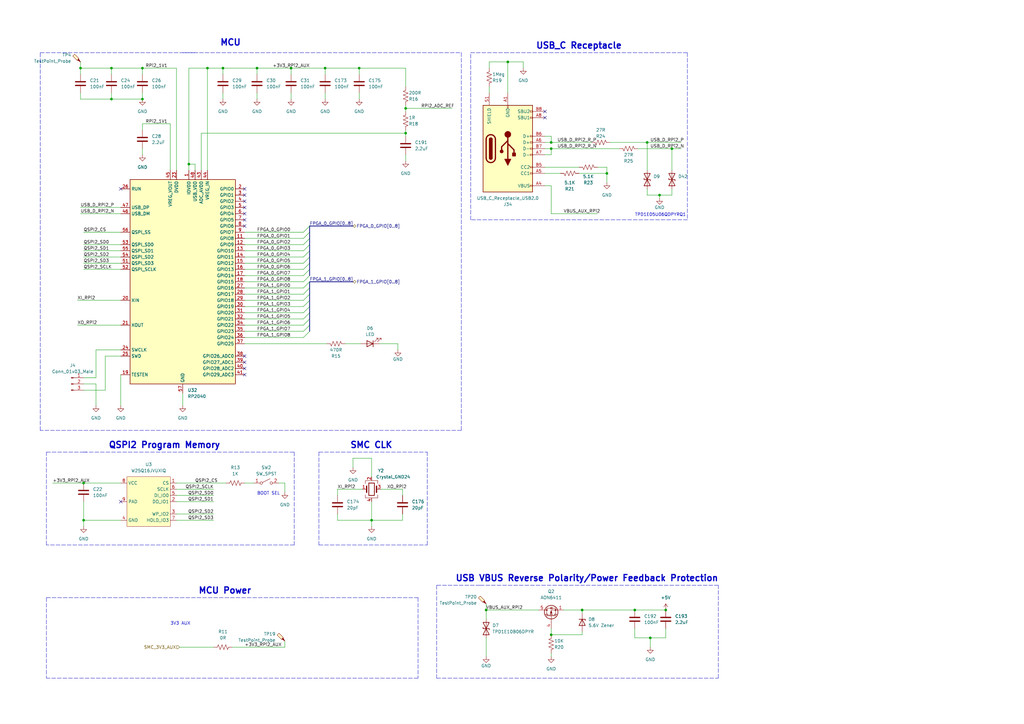
<source format=kicad_sch>
(kicad_sch (version 20211123) (generator eeschema)
  (paper "A3")
  (title_block (title "RP2040 MCU") (date "2023-03-07") (rev "B") (comment 1 "Designed by DragonEnjoyer :3"))
  (lib_symbols
    (symbol "Connector:Conn_01x03_Male" (pin_names (offset 1.016) hide)
      (property "Reference" "J" (at 0 5.08 0))
      (property "Value" "Conn_01x03_Male" (at 0 -5.08 0))
      (symbol "Conn_01x03_Male_1_1"
        (polyline (pts (xy 1.27 -2.54) (xy 0.8636 -2.54)) (stroke (width 0.1524)))
        (polyline (pts (xy 1.27 0) (xy 0.8636 0)) (stroke (width 0.1524)))
        (polyline (pts (xy 1.27 2.54) (xy 0.8636 2.54)) (stroke (width 0.1524)))
        (rectangle (start 0.8636 -2.413) (end 0 -2.667) (stroke (width 0.1524)) (fill (type outline)))
        (rectangle (start 0.8636 0.127) (end 0 -0.127) (stroke (width 0.1524)) (fill (type outline)))
        (rectangle (start 0.8636 2.667) (end 0 2.413) (stroke (width 0.1524)) (fill (type outline)))
        (pin passive line (at 5.08 2.54 180) (length 3.81) (name "Pin_1") (number "1"))
        (pin passive line (at 5.08 0 180) (length 3.81) (name "Pin_2") (number "2"))
        (pin passive line (at 5.08 -2.54 180) (length 3.81) (name "Pin_3") (number "3"))
      )
    )
    (symbol "Connector:TestPoint_Probe" (pin_numbers hide) (pin_names (offset 0.762) hide)
      (property "Reference" "TP" (at 1.651 5.842 0))
      (property "Value" "TestPoint_Probe" (at 1.651 4.064 0))
      (symbol "TestPoint_Probe_0_1"
        (polyline (pts (xy 1.27 0.762) (xy 0 0) (xy 0.762 1.27) (xy 1.27 0.762)) (fill (type outline)))
        (polyline (pts (xy 1.397 0.635) (xy 0.635 1.397) (xy 2.413 3.175) (xy 3.175 2.413) (xy 1.397 0.635)) (fill (type background)))
      )
      (symbol "TestPoint_Probe_1_1"
        (pin passive line (at 0 0 90) (length 0) (name "1") (number "1"))
      )
    )
    (symbol "Connector:USB_C_Receptacle_USB2.0" (pin_names (offset 1.016))
      (property "Reference" "J" (at -10.16 19.05 0))
      (property "Value" "USB_C_Receptacle_USB2.0" (at 19.05 19.05 0))
      (symbol "USB_C_Receptacle_USB2.0_0_0"
        (rectangle (start -0.254 -17.78) (end 0.254 -16.764))
        (rectangle (start 10.16 -14.986) (end 9.144 -15.494))
        (rectangle (start 10.16 -12.446) (end 9.144 -12.954))
        (rectangle (start 10.16 -4.826) (end 9.144 -5.334))
        (rectangle (start 10.16 -2.286) (end 9.144 -2.794))
        (rectangle (start 10.16 0.254) (end 9.144 -0.254))
        (rectangle (start 10.16 2.794) (end 9.144 2.286))
        (rectangle (start 10.16 7.874) (end 9.144 7.366))
        (rectangle (start 10.16 10.414) (end 9.144 9.906))
        (rectangle (start 10.16 15.494) (end 9.144 14.986))
      )
      (symbol "USB_C_Receptacle_USB2.0_0_1"
        (rectangle (start -10.16 17.78) (end 10.16 -17.78) (stroke (width 0.254)) (fill (type background)))
        (arc (start -8.89 -3.81) (mid -6.985 -5.715) (end -5.08 -3.81) (stroke (width 0.508)))
        (arc (start -7.62 -3.81) (mid -6.985 -4.445) (end -6.35 -3.81) (stroke (width 0.254)))
        (arc (start -7.62 -3.81) (mid -6.985 -4.445) (end -6.35 -3.81) (stroke (width 0.254)) (fill (type outline)))
        (rectangle (start -7.62 -3.81) (end -6.35 3.81) (stroke (width 0.254)) (fill (type outline)))
        (arc (start -6.35 3.81) (mid -6.985 4.445) (end -7.62 3.81) (stroke (width 0.254)))
        (arc (start -6.35 3.81) (mid -6.985 4.445) (end -7.62 3.81) (stroke (width 0.254)) (fill (type outline)))
        (arc (start -5.08 3.81) (mid -6.985 5.715) (end -8.89 3.81) (stroke (width 0.508)))
        (circle (center -2.54 1.143) (radius 0.635) (stroke (width 0.254)) (fill (type outline)))
        (circle (center 0 -5.842) (radius 1.27) (fill (type outline)))
        (polyline (pts (xy -8.89 -3.81) (xy -8.89 3.81)) (stroke (width 0.508)))
        (polyline (pts (xy -5.08 3.81) (xy -5.08 -3.81)) (stroke (width 0.508)))
        (polyline (pts (xy 0 -5.842) (xy 0 4.318)) (stroke (width 0.508)))
        (polyline (pts (xy 0 -3.302) (xy -2.54 -0.762) (xy -2.54 0.508)) (stroke (width 0.508)))
        (polyline (pts (xy 0 -2.032) (xy 2.54 0.508) (xy 2.54 1.778)) (stroke (width 0.508)))
        (polyline (pts (xy -1.27 4.318) (xy 0 6.858) (xy 1.27 4.318) (xy -1.27 4.318)) (stroke (width 0.254)) (fill (type outline)))
        (rectangle (start 1.905 1.778) (end 3.175 3.048) (stroke (width 0.254)) (fill (type outline)))
      )
      (symbol "USB_C_Receptacle_USB2.0_1_1"
        (pin passive line (at 0 -22.86 90) (length 5.08) (name "GND") (number "A1"))
        (pin passive line (at 0 -22.86 90) (length 5.08) hide (name "GND") (number "A12"))
        (pin passive line (at 15.24 15.24 180) (length 5.08) (name "VBUS") (number "A4"))
        (pin bidirectional line (at 15.24 10.16 180) (length 5.08) (name "CC1") (number "A5"))
        (pin bidirectional line (at 15.24 -2.54 180) (length 5.08) (name "D+") (number "A6"))
        (pin bidirectional line (at 15.24 2.54 180) (length 5.08) (name "D-") (number "A7"))
        (pin bidirectional line (at 15.24 -12.7 180) (length 5.08) (name "SBU1") (number "A8"))
        (pin passive line (at 15.24 15.24 180) (length 5.08) hide (name "VBUS") (number "A9"))
        (pin passive line (at 0 -22.86 90) (length 5.08) hide (name "GND") (number "B1"))
        (pin passive line (at 0 -22.86 90) (length 5.08) hide (name "GND") (number "B12"))
        (pin passive line (at 15.24 15.24 180) (length 5.08) hide (name "VBUS") (number "B4"))
        (pin bidirectional line (at 15.24 7.62 180) (length 5.08) (name "CC2") (number "B5"))
        (pin bidirectional line (at 15.24 -5.08 180) (length 5.08) (name "D+") (number "B6"))
        (pin bidirectional line (at 15.24 0 180) (length 5.08) (name "D-") (number "B7"))
        (pin bidirectional line (at 15.24 -15.24 180) (length 5.08) (name "SBU2") (number "B8"))
        (pin passive line (at 15.24 15.24 180) (length 5.08) hide (name "VBUS") (number "B9"))
        (pin passive line (at -7.62 -22.86 90) (length 5.08) (name "SHIELD") (number "S1"))
      )
    )
    (symbol "Device:C" (pin_numbers hide) (pin_names (offset 0.254))
      (property "Reference" "C" (at 0.635 2.54 0))
      (property "Value" "C" (at 0.635 -2.54 0))
      (symbol "C_0_1"
        (polyline (pts (xy -2.032 -0.762) (xy 2.032 -0.762)) (stroke (width 0.508)))
        (polyline (pts (xy -2.032 0.762) (xy 2.032 0.762)) (stroke (width 0.508)))
      )
      (symbol "C_1_1"
        (pin passive line (at 0 3.81 270) (length 2.794) (name "~") (number "1"))
        (pin passive line (at 0 -3.81 90) (length 2.794) (name "~") (number "2"))
      )
    )
    (symbol "Device:Crystal_GND24" (pin_names (offset 1.016) hide)
      (property "Reference" "Y" (at 3.175 5.08 0))
      (property "Value" "Crystal_GND24" (at 3.175 3.175 0))
      (symbol "Crystal_GND24_0_1"
        (rectangle (start -1.143 2.54) (end 1.143 -2.54) (stroke (width 0.3048)))
        (polyline (pts (xy -2.54 0) (xy -2.032 0)))
        (polyline (pts (xy -2.032 -1.27) (xy -2.032 1.27)) (stroke (width 0.508)))
        (polyline (pts (xy 0 -3.81) (xy 0 -3.556)))
        (polyline (pts (xy 0 3.556) (xy 0 3.81)))
        (polyline (pts (xy 2.032 -1.27) (xy 2.032 1.27)) (stroke (width 0.508)))
        (polyline (pts (xy 2.032 0) (xy 2.54 0)))
        (polyline (pts (xy -2.54 -2.286) (xy -2.54 -3.556) (xy 2.54 -3.556) (xy 2.54 -2.286)))
        (polyline (pts (xy -2.54 2.286) (xy -2.54 3.556) (xy 2.54 3.556) (xy 2.54 2.286)))
      )
      (symbol "Crystal_GND24_1_1"
        (pin passive line (at -3.81 0 0) (length 1.27) (name "1") (number "1"))
        (pin passive line (at 0 5.08 270) (length 1.27) (name "2") (number "2"))
        (pin passive line (at 3.81 0 180) (length 1.27) (name "3") (number "3"))
        (pin passive line (at 0 -5.08 90) (length 1.27) (name "4") (number "4"))
      )
    )
    (symbol "Device:D_TVS" (pin_numbers hide) (pin_names (offset 1.016) hide)
      (property "Reference" "D" (at 0 2.54 0))
      (property "Value" "D_TVS" (at 0 -2.54 0))
      (symbol "D_TVS_0_1"
        (polyline (pts (xy 1.27 0) (xy -1.27 0)))
        (polyline (pts (xy 0.508 1.27) (xy 0 1.27) (xy 0 -1.27) (xy -0.508 -1.27)) (stroke (width 0.254)))
        (polyline (pts (xy -2.54 1.27) (xy -2.54 -1.27) (xy 2.54 1.27) (xy 2.54 -1.27) (xy -2.54 1.27)) (stroke (width 0.254)))
      )
      (symbol "D_TVS_1_1"
        (pin passive line (at -3.81 0 0) (length 2.54) (name "A1") (number "1"))
        (pin passive line (at 3.81 0 180) (length 2.54) (name "A2") (number "2"))
      )
    )
    (symbol "Device:D_Zener" (pin_numbers hide) (pin_names (offset 1.016) hide)
      (property "Reference" "D" (at 0 2.54 0))
      (property "Value" "D_Zener" (at 0 -2.54 0))
      (symbol "D_Zener_0_1"
        (polyline (pts (xy 1.27 0) (xy -1.27 0)))
        (polyline (pts (xy -1.27 -1.27) (xy -1.27 1.27) (xy -0.762 1.27)) (stroke (width 0.254)))
        (polyline (pts (xy 1.27 -1.27) (xy 1.27 1.27) (xy -1.27 0) (xy 1.27 -1.27)) (stroke (width 0.254)))
      )
      (symbol "D_Zener_1_1"
        (pin passive line (at -3.81 0 0) (length 2.54) (name "K") (number "1"))
        (pin passive line (at 3.81 0 180) (length 2.54) (name "A") (number "2"))
      )
    )
    (symbol "Device:LED" (pin_numbers hide) (pin_names (offset 1.016) hide)
      (property "Reference" "D" (at 0 2.54 0))
      (property "Value" "LED" (at 0 -2.54 0))
      (symbol "LED_0_1"
        (polyline (pts (xy -1.27 -1.27) (xy -1.27 1.27)) (stroke (width 0.254)))
        (polyline (pts (xy -1.27 0) (xy 1.27 0)))
        (polyline (pts (xy 1.27 -1.27) (xy 1.27 1.27) (xy -1.27 0) (xy 1.27 -1.27)) (stroke (width 0.254)))
        (polyline (pts (xy -3.048 -0.762) (xy -4.572 -2.286) (xy -3.81 -2.286) (xy -4.572 -2.286) (xy -4.572 -1.524)))
        (polyline (pts (xy -1.778 -0.762) (xy -3.302 -2.286) (xy -2.54 -2.286) (xy -3.302 -2.286) (xy -3.302 -1.524)))
      )
      (symbol "LED_1_1"
        (pin passive line (at -3.81 0 0) (length 2.54) (name "K") (number "1"))
        (pin passive line (at 3.81 0 180) (length 2.54) (name "A") (number "2"))
      )
    )
    (symbol "Device:R_US" (pin_numbers hide) (pin_names (offset 0))
      (property "Reference" "R" (at 2.54 0 90))
      (property "Value" "R_US" (at -2.54 0 90))
      (symbol "R_US_0_1"
        (polyline (pts (xy 0 -2.286) (xy 0 -2.54)))
        (polyline (pts (xy 0 2.286) (xy 0 2.54)))
        (polyline (pts (xy 0 -0.762) (xy 1.016 -1.143) (xy 0 -1.524) (xy -1.016 -1.905) (xy 0 -2.286)))
        (polyline (pts (xy 0 0.762) (xy 1.016 0.381) (xy 0 0) (xy -1.016 -0.381) (xy 0 -0.762)))
        (polyline (pts (xy 0 2.286) (xy 1.016 1.905) (xy 0 1.524) (xy -1.016 1.143) (xy 0 0.762)))
      )
      (symbol "R_US_1_1"
        (pin passive line (at 0 3.81 270) (length 1.27) (name "~") (number "1"))
        (pin passive line (at 0 -3.81 90) (length 1.27) (name "~") (number "2"))
      )
    )
    (symbol "MCU_RaspberryPi:RP2040"
      (property "Reference" "U" (at 17.78 45.72 0))
      (property "Value" "RP2040" (at 17.78 43.18 0))
      (symbol "RP2040_0_1"
        (rectangle (start -21.59 41.91) (end 21.59 -41.91) (stroke (width 0.254)) (fill (type background)))
      )
      (symbol "RP2040_1_1"
        (pin power_in line (at 2.54 45.72 270) (length 3.81) (name "IOVDD") (number "1"))
        (pin passive line (at 2.54 45.72 270) (length 3.81) hide (name "IOVDD") (number "10"))
        (pin bidirectional line (at 25.4 17.78 180) (length 3.81) (name "GPIO8") (number "11"))
        (pin bidirectional line (at 25.4 15.24 180) (length 3.81) (name "GPIO9") (number "12"))
        (pin bidirectional line (at 25.4 12.7 180) (length 3.81) (name "GPIO10") (number "13"))
        (pin bidirectional line (at 25.4 10.16 180) (length 3.81) (name "GPIO11") (number "14"))
        (pin bidirectional line (at 25.4 7.62 180) (length 3.81) (name "GPIO12") (number "15"))
        (pin bidirectional line (at 25.4 5.08 180) (length 3.81) (name "GPIO13") (number "16"))
        (pin bidirectional line (at 25.4 2.54 180) (length 3.81) (name "GPIO14") (number "17"))
        (pin bidirectional line (at 25.4 0 180) (length 3.81) (name "GPIO15") (number "18"))
        (pin input line (at -25.4 -38.1 0) (length 3.81) (name "TESTEN") (number "19"))
        (pin bidirectional line (at 25.4 38.1 180) (length 3.81) (name "GPIO0") (number "2"))
        (pin input line (at -25.4 -7.62 0) (length 3.81) (name "XIN") (number "20"))
        (pin passive line (at -25.4 -17.78 0) (length 3.81) (name "XOUT") (number "21"))
        (pin passive line (at 2.54 45.72 270) (length 3.81) hide (name "IOVDD") (number "22"))
        (pin power_in line (at -2.54 45.72 270) (length 3.81) (name "DVDD") (number "23"))
        (pin output line (at -25.4 -27.94 0) (length 3.81) (name "SWCLK") (number "24"))
        (pin bidirectional line (at -25.4 -30.48 0) (length 3.81) (name "SWD") (number "25"))
        (pin input line (at -25.4 38.1 0) (length 3.81) (name "RUN") (number "26"))
        (pin bidirectional line (at 25.4 -2.54 180) (length 3.81) (name "GPIO16") (number "27"))
        (pin bidirectional line (at 25.4 -5.08 180) (length 3.81) (name "GPIO17") (number "28"))
        (pin bidirectional line (at 25.4 -7.62 180) (length 3.81) (name "GPIO18") (number "29"))
        (pin bidirectional line (at 25.4 35.56 180) (length 3.81) (name "GPIO1") (number "3"))
        (pin bidirectional line (at 25.4 -10.16 180) (length 3.81) (name "GPIO19") (number "30"))
        (pin bidirectional line (at 25.4 -12.7 180) (length 3.81) (name "GPIO20") (number "31"))
        (pin bidirectional line (at 25.4 -15.24 180) (length 3.81) (name "GPIO21") (number "32"))
        (pin passive line (at 2.54 45.72 270) (length 3.81) hide (name "IOVDD") (number "33"))
        (pin bidirectional line (at 25.4 -17.78 180) (length 3.81) (name "GPIO22") (number "34"))
        (pin bidirectional line (at 25.4 -20.32 180) (length 3.81) (name "GPIO23") (number "35"))
        (pin bidirectional line (at 25.4 -22.86 180) (length 3.81) (name "GPIO24") (number "36"))
        (pin bidirectional line (at 25.4 -25.4 180) (length 3.81) (name "GPIO25") (number "37"))
        (pin bidirectional line (at 25.4 -30.48 180) (length 3.81) (name "GPIO26_ADC0") (number "38"))
        (pin bidirectional line (at 25.4 -33.02 180) (length 3.81) (name "GPIO27_ADC1") (number "39"))
        (pin bidirectional line (at 25.4 33.02 180) (length 3.81) (name "GPIO2") (number "4"))
        (pin bidirectional line (at 25.4 -35.56 180) (length 3.81) (name "GPIO28_ADC2") (number "40"))
        (pin bidirectional line (at 25.4 -38.1 180) (length 3.81) (name "GPIO29_ADC3") (number "41"))
        (pin passive line (at 2.54 45.72 270) (length 3.81) hide (name "IOVDD") (number "42"))
        (pin power_in line (at 7.62 45.72 270) (length 3.81) (name "ADC_AVDD") (number "43"))
        (pin power_in line (at 10.16 45.72 270) (length 3.81) (name "VREG_IN") (number "44"))
        (pin power_out line (at -5.08 45.72 270) (length 3.81) (name "VREG_VOUT") (number "45"))
        (pin bidirectional line (at -25.4 27.94 0) (length 3.81) (name "USB_DM") (number "46"))
        (pin bidirectional line (at -25.4 30.48 0) (length 3.81) (name "USB_DP") (number "47"))
        (pin power_in line (at 5.08 45.72 270) (length 3.81) (name "USB_VDD") (number "48"))
        (pin passive line (at 2.54 45.72 270) (length 3.81) hide (name "IOVDD") (number "49"))
        (pin bidirectional line (at 25.4 30.48 180) (length 3.81) (name "GPIO3") (number "5"))
        (pin passive line (at -2.54 45.72 270) (length 3.81) hide (name "DVDD") (number "50"))
        (pin bidirectional line (at -25.4 7.62 0) (length 3.81) (name "QSPI_SD3") (number "51"))
        (pin output line (at -25.4 5.08 0) (length 3.81) (name "QSPI_SCLK") (number "52"))
        (pin bidirectional line (at -25.4 15.24 0) (length 3.81) (name "QSPI_SD0") (number "53"))
        (pin bidirectional line (at -25.4 10.16 0) (length 3.81) (name "QSPI_SD2") (number "54"))
        (pin bidirectional line (at -25.4 12.7 0) (length 3.81) (name "QSPI_SD1") (number "55"))
        (pin bidirectional line (at -25.4 20.32 0) (length 3.81) (name "QSPI_SS") (number "56"))
        (pin power_in line (at 0 -45.72 90) (length 3.81) (name "GND") (number "57"))
        (pin bidirectional line (at 25.4 27.94 180) (length 3.81) (name "GPIO4") (number "6"))
        (pin bidirectional line (at 25.4 25.4 180) (length 3.81) (name "GPIO5") (number "7"))
        (pin bidirectional line (at 25.4 22.86 180) (length 3.81) (name "GPIO6") (number "8"))
        (pin bidirectional line (at 25.4 20.32 180) (length 3.81) (name "GPIO7") (number "9"))
      )
    )
    (symbol "Memory_Flash:W25Q16JVUXIQ"
      (property "Reference" "U" (at 8.89 1.27 0))
      (property "Value" "W25Q16JVUXIQ" (at 8.89 -21.59 0))
      (symbol "W25Q16JVUXIQ_0_1"
        (rectangle (start 0 0) (end 17.78 -20.32) (stroke (width 0.127)) (fill (type background)))
      )
      (symbol "W25Q16JVUXIQ_1_1"
        (pin input line (at 20.32 -2.54 180) (length 2.54) (name "CS") (number "1"))
        (pin input line (at 20.32 -10.16 180) (length 2.54) (name "DO_IO1") (number "2"))
        (pin input line (at 20.32 -15.24 180) (length 2.54) (name "WP_IO2") (number "3"))
        (pin passive line (at -2.54 -17.78 0) (length 2.54) (name "GND") (number "4"))
        (pin input line (at 20.32 -7.62 180) (length 2.54) (name "DI_IO0") (number "5"))
        (pin input line (at 20.32 -5.08 180) (length 2.54) (name "SCLK") (number "6"))
        (pin input line (at 20.32 -17.78 180) (length 2.54) (name "HOLD_IO3") (number "7"))
        (pin power_in line (at -2.54 -2.54 0) (length 2.54) (name "VCC") (number "8"))
        (pin passive line (at -2.54 -10.16 0) (length 2.54) (name "PAD") (number "9"))
      )
    )
    (symbol "Switch:SW_SPST" (pin_names (offset 0) hide)
      (property "Reference" "SW" (at 0 3.175 0))
      (property "Value" "SW_SPST" (at 0 -2.54 0))
      (symbol "SW_SPST_0_0"
        (circle (center -2.032 0) (radius 0.508))
        (polyline (pts (xy -1.524 0.254) (xy 1.524 1.778)))
        (circle (center 2.032 0) (radius 0.508))
      )
      (symbol "SW_SPST_1_1"
        (pin passive line (at -5.08 0 0) (length 2.54) (name "A") (number "1"))
        (pin passive line (at 5.08 0 180) (length 2.54) (name "B") (number "2"))
      )
    )
    (symbol "Transistor_FET:AON6411" (pin_names hide)
      (property "Reference" "Q" (at 5.08 1.905 0))
      (property "Value" "AON6411" (at 5.08 0 0))
      (symbol "AON6411_0_1"
        (polyline (pts (xy 0.254 0) (xy -2.54 0)))
        (polyline (pts (xy 0.254 1.905) (xy 0.254 -1.905)) (stroke (width 0.254)))
        (polyline (pts (xy 0.762 -1.27) (xy 0.762 -2.286)) (stroke (width 0.254)))
        (polyline (pts (xy 0.762 0.508) (xy 0.762 -0.508)) (stroke (width 0.254)))
        (polyline (pts (xy 0.762 2.286) (xy 0.762 1.27)) (stroke (width 0.254)))
        (polyline (pts (xy 2.54 2.54) (xy 2.54 1.778)))
        (polyline (pts (xy 2.54 -2.54) (xy 2.54 0) (xy 0.762 0)))
        (polyline (pts (xy 0.762 1.778) (xy 3.302 1.778) (xy 3.302 -1.778) (xy 0.762 -1.778)))
        (polyline (pts (xy 2.286 0) (xy 1.27 0.381) (xy 1.27 -0.381) (xy 2.286 0)) (fill (type outline)))
        (polyline (pts (xy 2.794 -0.508) (xy 2.921 -0.381) (xy 3.683 -0.381) (xy 3.81 -0.254)))
        (polyline (pts (xy 3.302 -0.381) (xy 2.921 0.254) (xy 3.683 0.254) (xy 3.302 -0.381)))
        (circle (center 1.651 0) (radius 2.794) (stroke (width 0.254)))
        (circle (center 2.54 -1.778) (radius 0.254) (fill (type outline)))
        (circle (center 2.54 1.778) (radius 0.254) (fill (type outline)))
      )
      (symbol "AON6411_1_1"
        (pin passive line (at 2.54 -5.08 90) (length 2.54) (name "S") (number "1"))
        (pin passive line (at 2.54 -5.08 90) (length 2.54) hide (name "S") (number "2"))
        (pin passive line (at 2.54 -5.08 90) (length 2.54) hide (name "S") (number "3"))
        (pin input line (at -5.08 0 0) (length 2.54) (name "G") (number "4"))
        (pin passive line (at 2.54 5.08 270) (length 2.54) (name "D") (number "5"))
      )
    )
    (symbol "power:+5V" (power) (pin_names (offset 0))
      (property "Value" "+5V" (at 0 3.556 0))
      (symbol "+5V_0_1"
        (polyline (pts (xy -0.762 1.27) (xy 0 2.54)))
        (polyline (pts (xy 0 0) (xy 0 2.54)))
        (polyline (pts (xy 0 2.54) (xy 0.762 1.27)))
      )
      (symbol "+5V_1_1"
        (pin power_in line (at 0 0 90) (length 0) hide (name "+5V") (number "1"))
      )
    )
    (symbol "power:GND" (power) (pin_names (offset 0))
      (property "Value" "GND" (at 0 -3.81 0))
      (symbol "GND_0_1"
        (polyline (pts (xy 0 0) (xy 0 -1.27) (xy 1.27 -1.27) (xy 0 -2.54) (xy -1.27 -1.27) (xy 0 -1.27)))
      )
      (symbol "GND_1_1"
        (pin power_in line (at 0 0 270) (length 0) hide (name "GND") (number "1"))
      )
    )
  )
  (junction (at 133.35 27.94))
  (junction (at 270.51 80.01))
  (junction (at 33.02 27.94))
  (junction (at 105.41 27.94))
  (junction (at 91.44 27.94))
  (junction (at 266.7 261.62))
  (junction (at 152.4 213.36))
  (junction (at 166.37 54.61))
  (junction (at 238.76 250.19))
  (junction (at 226.06 260.35))
  (junction (at 275.59 60.96))
  (junction (at 34.29 198.12))
  (junction (at 248.92 71.12))
  (junction (at 34.29 213.36))
  (junction (at 45.72 40.64))
  (junction (at 119.38 27.94))
  (junction (at 147.32 27.94))
  (junction (at 265.43 58.42))
  (junction (at 260.35 250.19))
  (junction (at 226.06 58.42))
  (junction (at 58.42 27.94))
  (junction (at 58.42 40.64))
  (junction (at 77.47 67.31))
  (junction (at 85.09 27.94))
  (junction (at 166.37 44.45))
  (junction (at 226.06 60.96))
  (junction (at 273.05 250.19))
  (junction (at 208.28 25.4))
  (junction (at 45.72 27.94))
  (junction (at 199.39 250.19))
  (no_connect (at 100.33 151.13))
  (no_connect (at 100.33 87.63))
  (no_connect (at 100.33 148.59))
  (no_connect (at 223.52 48.26))
  (no_connect (at 100.33 153.67))
  (no_connect (at 100.33 77.47))
  (no_connect (at 100.33 146.05))
  (no_connect (at 223.52 45.72))
  (no_connect (at 100.33 85.09))
  (no_connect (at 100.33 82.55))
  (no_connect (at 100.33 90.17))
  (no_connect (at 49.53 77.47))
  (no_connect (at 100.33 92.71))
  (no_connect (at 49.53 205.74))
  (no_connect (at 100.33 80.01))
  (bus_entry (at 124.46 123.19) (size 2.54 -2.54))
  (bus_entry (at 124.46 113.03) (size 2.54 -2.54))
  (bus_entry (at 124.46 118.11) (size 2.54 -2.54))
  (bus_entry (at 124.46 97.79) (size 2.54 -2.54))
  (bus_entry (at 124.46 135.89) (size 2.54 -2.54))
  (bus_entry (at 124.46 120.65) (size 2.54 -2.54))
  (bus_entry (at 124.46 95.25) (size 2.54 -2.54))
  (bus_entry (at 124.46 110.49) (size 2.54 -2.54))
  (bus_entry (at 124.46 125.73) (size 2.54 -2.54))
  (bus_entry (at 124.46 102.87) (size 2.54 -2.54))
  (bus_entry (at 124.46 138.43) (size 2.54 -2.54))
  (bus_entry (at 124.46 133.35) (size 2.54 -2.54))
  (bus_entry (at 124.46 100.33) (size 2.54 -2.54))
  (bus_entry (at 124.46 105.41) (size 2.54 -2.54))
  (bus_entry (at 124.46 107.95) (size 2.54 -2.54))
  (bus_entry (at 124.46 130.81) (size 2.54 -2.54))
  (bus_entry (at 124.46 115.57) (size 2.54 -2.54))
  (bus_entry (at 124.46 128.27) (size 2.54 -2.54))
  (bus (pts (xy 127 115.57) (xy 144.78 115.57)))
  (wire (pts (xy 72.39 205.74) (xy 87.63 205.74)))
  (wire (pts (xy 144.78 187.96) (xy 144.78 191.77)))
  (wire (pts (xy 226.06 58.42) (xy 242.57 58.42)))
  (wire (pts (xy 200.66 35.56) (xy 200.66 38.1)))
  (wire (pts (xy 39.37 157.48) (xy 39.37 166.37)))
  (wire (pts (xy 119.38 38.1) (xy 119.38 40.64)))
  (wire (pts (xy 100.33 102.87) (xy 124.46 102.87)))
  (wire (pts (xy 100.33 95.25) (xy 124.46 95.25)))
  (wire (pts (xy 43.18 146.05) (xy 49.53 146.05)))
  (polyline (pts (xy 189.23 176.53) (xy 16.51 176.53)))
  (wire (pts (xy 166.37 53.34) (xy 166.37 54.61)))
  (wire (pts (xy 248.92 71.12) (xy 248.92 68.58)))
  (polyline (pts (xy 171.45 245.11) (xy 171.45 278.13)))
  (wire (pts (xy 270.51 80.01) (xy 265.43 80.01)))
  (polyline (pts (xy 175.26 223.52) (xy 175.26 185.42)))
  (wire (pts (xy 34.29 95.25) (xy 49.53 95.25)))
  (bus (pts (xy 127 107.95) (xy 127 105.41)))
  (wire (pts (xy 273.05 257.81) (xy 273.05 261.62)))
  (wire (pts (xy 34.29 154.94) (xy 39.37 154.94)))
  (wire (pts (xy 226.06 58.42) (xy 226.06 55.88)))
  (wire (pts (xy 152.4 195.58) (xy 152.4 187.96)))
  (wire (pts (xy 199.39 261.62) (xy 199.39 269.24)))
  (wire (pts (xy 166.37 54.61) (xy 166.37 55.88)))
  (wire (pts (xy 87.63 265.43) (xy 73.66 265.43)))
  (wire (pts (xy 166.37 44.45) (xy 185.42 44.45)))
  (polyline (pts (xy 294.64 240.03) (xy 196.85 240.03)))
  (wire (pts (xy 265.43 80.01) (xy 265.43 77.47)))
  (wire (pts (xy 261.62 60.96) (xy 275.59 60.96)))
  (wire (pts (xy 226.06 257.81) (xy 226.06 260.35)))
  (wire (pts (xy 147.32 27.94) (xy 147.32 30.48)))
  (wire (pts (xy 100.33 97.79) (xy 124.46 97.79)))
  (wire (pts (xy 33.02 25.4) (xy 33.02 27.94)))
  (wire (pts (xy 45.72 40.64) (xy 58.42 40.64)))
  (wire (pts (xy 69.85 69.85) (xy 69.85 50.8)))
  (wire (pts (xy 100.33 105.41) (xy 124.46 105.41)))
  (wire (pts (xy 45.72 27.94) (xy 45.72 30.48)))
  (bus (pts (xy 127 97.79) (xy 127 95.25)))
  (wire (pts (xy 163.195 140.97) (xy 163.195 143.51)))
  (wire (pts (xy 165.1 213.36) (xy 152.4 213.36)))
  (wire (pts (xy 82.55 69.85) (xy 82.55 54.61)))
  (wire (pts (xy 34.29 107.95) (xy 49.53 107.95)))
  (wire (pts (xy 165.1 200.66) (xy 165.1 203.2)))
  (wire (pts (xy 223.52 55.88) (xy 226.06 55.88)))
  (wire (pts (xy 200.66 25.4) (xy 200.66 27.94)))
  (polyline (pts (xy 34.29 185.42) (xy 120.65 185.42)))
  (wire (pts (xy 238.76 250.19) (xy 238.76 251.46)))
  (wire (pts (xy 49.53 153.67) (xy 49.53 166.37)))
  (wire (pts (xy 147.32 27.94) (xy 166.37 27.94)))
  (wire (pts (xy 43.18 160.02) (xy 43.18 146.05)))
  (wire (pts (xy 31.75 123.19) (xy 49.53 123.19)))
  (wire (pts (xy 45.72 27.94) (xy 58.42 27.94)))
  (wire (pts (xy 34.29 205.74) (xy 34.29 213.36)))
  (polyline (pts (xy 196.85 240.03) (xy 179.07 240.03)))
  (polyline (pts (xy 16.51 21.59) (xy 80.01 21.59)))
  (polyline (pts (xy 19.05 223.52) (xy 19.05 185.42)))
  (wire (pts (xy 34.29 110.49) (xy 49.53 110.49)))
  (polyline (pts (xy 130.81 185.42) (xy 175.26 185.42)))
  (wire (pts (xy 116.84 265.43) (xy 95.25 265.43)))
  (polyline (pts (xy 193.04 90.17) (xy 193.04 21.59)))
  (wire (pts (xy 105.41 38.1) (xy 105.41 40.64)))
  (bus (pts (xy 127 100.33) (xy 127 97.79)))
  (wire (pts (xy 152.4 213.36) (xy 152.4 215.9)))
  (wire (pts (xy 100.33 135.89) (xy 124.46 135.89)))
  (wire (pts (xy 275.59 60.96) (xy 275.59 69.85)))
  (wire (pts (xy 166.37 44.45) (xy 166.37 45.72)))
  (wire (pts (xy 34.29 102.87) (xy 49.53 102.87)))
  (wire (pts (xy 166.37 35.56) (xy 166.37 27.94)))
  (wire (pts (xy 100.33 125.73) (xy 124.46 125.73)))
  (wire (pts (xy 100.33 130.81) (xy 124.46 130.81)))
  (bus (pts (xy 127 123.19) (xy 127 120.65)))
  (polyline (pts (xy 294.64 278.13) (xy 294.64 240.03)))
  (wire (pts (xy 238.76 250.19) (xy 260.35 250.19)))
  (wire (pts (xy 147.32 38.1) (xy 147.32 40.64)))
  (wire (pts (xy 166.37 43.18) (xy 166.37 44.45)))
  (wire (pts (xy 223.52 58.42) (xy 226.06 58.42)))
  (wire (pts (xy 31.75 133.35) (xy 49.53 133.35)))
  (wire (pts (xy 200.66 25.4) (xy 208.28 25.4)))
  (wire (pts (xy 214.63 25.4) (xy 214.63 27.94)))
  (wire (pts (xy 119.38 27.94) (xy 133.35 27.94)))
  (wire (pts (xy 72.39 27.94) (xy 72.39 69.85)))
  (bus (pts (xy 127 113.03) (xy 127 110.49)))
  (polyline (pts (xy 207.01 21.59) (xy 281.94 21.59)))
  (polyline (pts (xy 281.94 21.59) (xy 281.94 90.17)))
  (wire (pts (xy 266.7 261.62) (xy 266.7 265.43)))
  (wire (pts (xy 77.47 67.31) (xy 77.47 69.85)))
  (wire (pts (xy 80.01 67.31) (xy 77.47 67.31)))
  (wire (pts (xy 72.39 213.36) (xy 87.63 213.36)))
  (wire (pts (xy 34.29 213.36) (xy 34.29 215.9)))
  (wire (pts (xy 100.33 113.03) (xy 124.46 113.03)))
  (wire (pts (xy 141.605 140.97) (xy 147.955 140.97)))
  (wire (pts (xy 72.39 27.94) (xy 58.42 27.94)))
  (wire (pts (xy 155.575 140.97) (xy 163.195 140.97)))
  (wire (pts (xy 138.43 200.66) (xy 138.43 203.2)))
  (wire (pts (xy 275.59 80.01) (xy 270.51 80.01)))
  (bus (pts (xy 127 105.41) (xy 127 102.87)))
  (wire (pts (xy 85.09 27.94) (xy 91.44 27.94)))
  (wire (pts (xy 39.37 154.94) (xy 39.37 143.51)))
  (polyline (pts (xy 19.05 245.11) (xy 19.05 278.13)))
  (wire (pts (xy 100.33 123.19) (xy 124.46 123.19)))
  (polyline (pts (xy 74.93 21.59) (xy 189.23 21.59)))
  (bus (pts (xy 127 102.87) (xy 127 100.33)))
  (wire (pts (xy 238.76 260.35) (xy 226.06 260.35)))
  (wire (pts (xy 165.1 210.82) (xy 165.1 213.36)))
  (wire (pts (xy 85.09 27.94) (xy 77.47 27.94)))
  (wire (pts (xy 69.85 50.8) (xy 58.42 50.8)))
  (wire (pts (xy 275.59 60.96) (xy 279.4 60.96)))
  (polyline (pts (xy 19.05 185.42) (xy 35.56 185.42)))
  (wire (pts (xy 237.49 71.12) (xy 248.92 71.12)))
  (wire (pts (xy 152.4 205.74) (xy 152.4 213.36)))
  (wire (pts (xy 100.33 140.97) (xy 133.985 140.97)))
  (wire (pts (xy 100.33 100.33) (xy 124.46 100.33)))
  (wire (pts (xy 133.35 38.1) (xy 133.35 40.64)))
  (wire (pts (xy 72.39 200.66) (xy 87.63 200.66)))
  (wire (pts (xy 119.38 27.94) (xy 119.38 30.48)))
  (wire (pts (xy 199.39 250.19) (xy 199.39 254)))
  (wire (pts (xy 34.29 160.02) (xy 43.18 160.02)))
  (wire (pts (xy 34.29 105.41) (xy 49.53 105.41)))
  (wire (pts (xy 58.42 27.94) (xy 58.42 30.48)))
  (wire (pts (xy 231.14 250.19) (xy 238.76 250.19)))
  (wire (pts (xy 265.43 58.42) (xy 265.43 69.85)))
  (wire (pts (xy 199.39 250.19) (xy 220.98 250.19)))
  (wire (pts (xy 133.35 27.94) (xy 133.35 30.48)))
  (polyline (pts (xy 16.51 176.53) (xy 16.51 21.59)))
  (wire (pts (xy 39.37 143.51) (xy 49.53 143.51)))
  (wire (pts (xy 265.43 58.42) (xy 279.4 58.42)))
  (wire (pts (xy 33.02 87.63) (xy 49.53 87.63)))
  (wire (pts (xy 33.02 85.09) (xy 49.53 85.09)))
  (polyline (pts (xy 120.65 185.42) (xy 120.65 223.52)))
  (wire (pts (xy 166.37 63.5) (xy 166.37 66.04)))
  (bus (pts (xy 127 92.71) (xy 144.78 92.71)))
  (wire (pts (xy 266.7 261.62) (xy 273.05 261.62)))
  (wire (pts (xy 100.33 133.35) (xy 124.46 133.35)))
  (wire (pts (xy 270.51 80.01) (xy 270.51 81.28)))
  (wire (pts (xy 275.59 77.47) (xy 275.59 80.01)))
  (wire (pts (xy 80.01 69.85) (xy 80.01 67.31)))
  (wire (pts (xy 250.19 58.42) (xy 265.43 58.42)))
  (polyline (pts (xy 179.07 278.13) (xy 294.64 278.13)))
  (wire (pts (xy 260.35 261.62) (xy 260.35 257.81)))
  (wire (pts (xy 223.52 71.12) (xy 229.87 71.12)))
  (wire (pts (xy 226.06 76.2) (xy 226.06 87.63)))
  (polyline (pts (xy 19.05 245.11) (xy 171.45 245.11)))
  (wire (pts (xy 85.09 27.94) (xy 85.09 69.85)))
  (wire (pts (xy 208.28 25.4) (xy 214.63 25.4)))
  (polyline (pts (xy 130.81 223.52) (xy 175.26 223.52)))
  (wire (pts (xy 223.52 60.96) (xy 226.06 60.96)))
  (wire (pts (xy 260.35 250.19) (xy 273.05 250.19)))
  (wire (pts (xy 223.52 68.58) (xy 237.49 68.58)))
  (wire (pts (xy 72.39 203.2) (xy 87.63 203.2)))
  (wire (pts (xy 152.4 213.36) (xy 138.43 213.36)))
  (wire (pts (xy 100.33 198.12) (xy 104.14 198.12)))
  (wire (pts (xy 100.33 115.57) (xy 124.46 115.57)))
  (bus (pts (xy 127 133.35) (xy 127 130.81)))
  (wire (pts (xy 100.33 110.49) (xy 124.46 110.49)))
  (wire (pts (xy 34.29 100.33) (xy 49.53 100.33)))
  (wire (pts (xy 34.29 157.48) (xy 39.37 157.48)))
  (wire (pts (xy 138.43 213.36) (xy 138.43 210.82)))
  (wire (pts (xy 34.29 213.36) (xy 49.53 213.36)))
  (bus (pts (xy 127 135.89) (xy 127 133.35)))
  (wire (pts (xy 33.02 40.64) (xy 33.02 38.1)))
  (polyline (pts (xy 120.65 223.52) (xy 19.05 223.52)))
  (polyline (pts (xy 189.23 21.59) (xy 189.23 176.53)))
  (bus (pts (xy 127 125.73) (xy 127 123.19)))
  (wire (pts (xy 156.21 200.66) (xy 165.1 200.66)))
  (wire (pts (xy 33.02 27.94) (xy 45.72 27.94)))
  (wire (pts (xy 226.06 267.97) (xy 226.06 269.24)))
  (bus (pts (xy 127 110.49) (xy 127 107.95)))
  (wire (pts (xy 226.06 60.96) (xy 254 60.96)))
  (wire (pts (xy 58.42 50.8) (xy 58.42 53.34)))
  (polyline (pts (xy 171.45 278.13) (xy 19.05 278.13)))
  (wire (pts (xy 116.84 262.89) (xy 116.84 265.43)))
  (polyline (pts (xy 179.07 240.03) (xy 179.07 278.13)))
  (wire (pts (xy 72.39 210.82) (xy 87.63 210.82)))
  (wire (pts (xy 21.59 198.12) (xy 34.29 198.12)))
  (wire (pts (xy 105.41 27.94) (xy 119.38 27.94)))
  (wire (pts (xy 199.39 247.65) (xy 199.39 250.19)))
  (wire (pts (xy 82.55 54.61) (xy 166.37 54.61)))
  (wire (pts (xy 116.84 198.12) (xy 116.84 201.93)))
  (wire (pts (xy 114.3 198.12) (xy 116.84 198.12)))
  (wire (pts (xy 33.02 27.94) (xy 33.02 30.48)))
  (wire (pts (xy 91.44 38.1) (xy 91.44 40.64)))
  (wire (pts (xy 45.72 40.64) (xy 45.72 38.1)))
  (wire (pts (xy 223.52 63.5) (xy 226.06 63.5)))
  (wire (pts (xy 100.33 107.95) (xy 124.46 107.95)))
  (wire (pts (xy 105.41 27.94) (xy 105.41 30.48)))
  (wire (pts (xy 91.44 27.94) (xy 91.44 30.48)))
  (wire (pts (xy 33.02 40.64) (xy 45.72 40.64)))
  (wire (pts (xy 91.44 27.94) (xy 105.41 27.94)))
  (bus (pts (xy 127 130.81) (xy 127 128.27)))
  (wire (pts (xy 245.11 68.58) (xy 248.92 68.58)))
  (wire (pts (xy 208.28 25.4) (xy 208.28 38.1)))
  (wire (pts (xy 34.29 198.12) (xy 49.53 198.12)))
  (wire (pts (xy 223.52 76.2) (xy 226.06 76.2)))
  (wire (pts (xy 74.93 161.29) (xy 74.93 166.37)))
  (wire (pts (xy 226.06 87.63) (xy 245.11 87.63)))
  (wire (pts (xy 100.33 120.65) (xy 124.46 120.65)))
  (wire (pts (xy 260.35 261.62) (xy 266.7 261.62)))
  (wire (pts (xy 100.33 138.43) (xy 124.46 138.43)))
  (bus (pts (xy 127 128.27) (xy 127 125.73)))
  (wire (pts (xy 226.06 63.5) (xy 226.06 60.96)))
  (wire (pts (xy 58.42 38.1) (xy 58.42 40.64)))
  (bus (pts (xy 127 120.65) (xy 127 118.11)))
  (wire (pts (xy 133.35 27.94) (xy 147.32 27.94)))
  (wire (pts (xy 148.59 200.66) (xy 138.43 200.66)))
  (polyline (pts (xy 193.04 21.59) (xy 207.01 21.59)))
  (polyline (pts (xy 130.81 185.42) (xy 130.81 223.52)))
  (bus (pts (xy 127 95.25) (xy 127 92.71)))
  (bus (pts (xy 127 118.11) (xy 127 115.57)))
  (wire (pts (xy 72.39 198.12) (xy 92.71 198.12)))
  (wire (pts (xy 58.42 60.96) (xy 58.42 63.5)))
  (wire (pts (xy 77.47 27.94) (xy 77.47 67.31)))
  (wire (pts (xy 100.33 128.27) (xy 124.46 128.27)))
  (wire (pts (xy 152.4 187.96) (xy 144.78 187.96)))
  (wire (pts (xy 100.33 118.11) (xy 124.46 118.11)))
  (polyline (pts (xy 281.94 90.17) (xy 193.04 90.17)))
  (wire (pts (xy 238.76 259.08) (xy 238.76 260.35)))
  (wire (pts (xy 248.92 71.12) (xy 248.92 74.93)))
  (text "3V3 AUX " (at 69.85 256.54 0) (effects (font (size 1.27 1.27)) (justify left bottom)))
  (text "QSPI2 Program Memory" (at 44.45 184.15 0) (effects (font (size 2.54 2.54) bold) (justify left bottom)))
  (text "USB_C Receptacle" (at 219.71 20.32 0) (effects (font (size 2.54 2.54) bold) (justify left bottom)))
  (text "MCU Power" (at 81.28 243.84 0) (effects (font (size 2.54 2.54) (thickness 0.508) bold) (justify left bottom)))
  (text "SMC CLK" (at 143.51 184.15 0) (effects (font (size 2.54 2.54) bold) (justify left bottom)))
  (text "USB VBUS Reverse Polarity/Power Feedback Protection" (at 186.69 238.76 0) (effects (font (size 2.54 2.54) (thickness 0.508) bold) (justify left bottom)))
  (text "TPD1E05U06QDPYRQ1" (at 260.35 88.9 0) (effects (font (size 1.27 1.27)) (justify left bottom)))
  (text "MCU\n" (at 90.17 19.05 0) (effects (font (size 2.54 2.54) (thickness 0.508) bold) (justify left bottom)))
  (text "BOOT SEL" (at 105.41 203.2 0) (effects (font (size 1.27 1.27)) (justify left bottom)))
  (label "USB_D_RPi2_N" (at 266.7 60.96 0))
  (label "FPGA_1_GPIO3" (at 105.41 125.73 0))
  (label "QSPI2_SD2" (at 34.29 105.41 0))
  (label "+3V3_RPi2_AUX" (at 127 27.94 180))
  (label "QSPI2_SCLK" (at 34.29 110.49 0))
  (label "FPGA_0_GPIO8" (at 105.41 115.57 0))
  (label "XO_RPi2" (at 158.75 200.66 0))
  (label "FPGA_0_GPIO7" (at 105.41 113.03 0))
  (label "FPGA_1_GPIO8" (at 105.41 138.43 0))
  (label "FPGA_0_GPIO1" (at 105.41 97.79 0))
  (label "RPi2_1V1" (at 59.69 27.94 0))
  (label "USB_D_RPi2_R_P" (at 228.6 58.42 0))
  (label "FPGA_0_GPIO0" (at 105.41 95.25 0))
  (label "FPGA_1_GPIO4" (at 105.41 128.27 0))
  (label "FPGA_1_GPIO5" (at 105.41 130.81 0))
  (label "FPGA_1_GPIO2" (at 105.41 123.19 0))
  (label "USB_D_RPi2_P" (at 266.7 58.42 0))
  (label "FPGA_0_GPIO6" (at 105.41 110.49 0))
  (label "FPGA_0_GPIO4" (at 105.41 105.41 0))
  (label "USB_D_RPi2_N" (at 33.02 87.63 0))
  (label "QSPI2_SD1" (at 87.63 205.74 180))
  (label "QSPI2_SD0" (at 87.63 203.2 180))
  (label "RPi2_ADC_REF" (at 172.72 44.45 0))
  (label "QSPI2_SD3" (at 34.29 107.95 0))
  (label "XI_RPi2" (at 138.43 200.66 0))
  (label "QSPI2_SD2" (at 87.63 210.82 180))
  (label "VBUS_AUX_RPi2" (at 199.39 250.19 0))
  (label "FPGA_1_GPIO6" (at 105.41 133.35 0))
  (label "FPGA_0_GPIO5" (at 105.41 107.95 0))
  (label "FPGA_0_GPIO3" (at 105.41 102.87 0))
  (label "VBUS_AUX_RPi2" (at 231.14 87.63 0))
  (label "QSPI2_CS" (at 80.01 198.12 0))
  (label "+3V3_RPi2_AUX" (at 21.59 198.12 0))
  (label "+3V3_RPi2_AUX" (at 100.33 265.43 0))
  (label "XI_RPi2" (at 31.75 123.19 0))
  (label "FPGA_1_GPIO0" (at 105.41 118.11 0))
  (label "FPGA_1_GPIO1" (at 105.41 120.65 0))
  (label "QSPI2_CS" (at 34.29 95.25 0))
  (label "QSPI2_SD1" (at 34.29 102.87 0))
  (label "USB_D_RPi2_P" (at 33.02 85.09 0))
  (label "QSPI2_SD3" (at 87.63 213.36 180))
  (label "FPGA_0_GPIO[0..8]" (at 127 92.71 0))
  (label "XO_RPi2" (at 31.75 133.35 0))
  (label "QSPI2_SD0" (at 34.29 100.33 0))
  (label "USB_D_RPi2_R_N" (at 228.6 60.96 0))
  (label "FPGA_1_GPIO[0..8]" (at 127 115.57 0))
  (label "QSPI2_SCLK" (at 87.63 200.66 180))
  (label "RPi2_1V1" (at 59.69 50.8 0))
  (label "FPGA_0_GPIO2" (at 105.41 100.33 0))
  (label "FPGA_1_GPIO7" (at 105.41 135.89 0))
  (hierarchical_label "FPGA_0_GPIO[0..8]" (shape bidirectional) (at 144.78 92.71 0))
  (hierarchical_label "SMC_3V3_AUX" (shape input) (at 73.66 265.43 180))
  (hierarchical_label "FPGA_1_GPIO[0..8]" (shape bidirectional) (at 144.78 115.57 0))
  (symbol (lib_id "power:GND") (at 119.38 40.64 0) (mirror y) (unit 1)
    (property "Reference" "#PWR051" (effects hide))
    (property "Value" "GND" (at 119.38 45.72 0))
  )
  (symbol (lib_id "power:GND") (at 199.39 269.24 0) (unit 1)
    (property "Reference" "#PWR058" (effects hide))
    (property "Value" "GND" (at 199.39 273.05 0))
  )
  (symbol (lib_id "power:GND") (at 49.53 166.37 0) (unit 1)
    (property "Reference" "#PWR042" (effects hide))
    (property "Value" "GND" (at 49.53 171.45 0))
  )
  (symbol (lib_id "Device:R_US") (at 246.38 58.42 90) (mirror x) (unit 1)
    (property "Reference" "R24" (at 246.38 55.88 90))
    (property "Value" "27R" (at 246.38 53.34 90))
    (property "Footprint" "Resistor_SMD:R_0402_1005Metric" (effects hide))
    (property "MFR PN" "RC0402FR-0727RL" (effects hide))
  )
  (symbol (lib_id "power:+5V") (at 273.05 250.19 0) (unit 1)
    (property "Reference" "#PWR0260" (effects hide))
    (property "Value" "+5V" (at 273.05 245.11 0))
  )
  (symbol (lib_id "Device:R_US") (at 91.44 265.43 90) (unit 1)
    (property "Reference" "R11" (at 91.44 259.08 90))
    (property "Value" "0R" (at 91.44 261.62 90))
    (property "Footprint" "Resistor_SMD:R_0402_1005Metric" (effects hide))
    (property "Datasheet" "https://www.mouser.com/datasheet/2/447/PYu_RC_Group_51_RoHS_L_11-1984063.pdf" (effects hide))
    (property "MRF PN" "RC0402FR-070RL" (effects hide))
  )
  (symbol (lib_id "Device:C") (at 34.29 201.93 0) (unit 1)
    (property "Reference" "C22" (at 38.1 200.6599 0) (effects (justify left)))
    (property "Value" "100nF" (at 38.1 203.1999 0) (effects (justify left)))
    (property "Footprint" "Capacitor_SMD:C_0402_1005Metric" (effects hide))
    (property "MFR PN" "GRM155R71H104ME14J" (effects hide))
  )
  (symbol (lib_id "Device:R_US") (at 137.795 140.97 90) (mirror x) (unit 1)
    (property "Reference" "R15" (at 137.795 146.05 90))
    (property "Value" "470R" (at 137.795 143.51 90))
    (property "Footprint" "Resistor_SMD:R_0402_1005Metric" (effects hide))
    (property "MFR PN" "RC0402FR-07470RP" (effects hide))
  )
  (symbol (lib_id "Connector:TestPoint_Probe") (at 33.02 25.4 0) (mirror y) (unit 1)
    (property "Reference" "TP4" (at 29.21 22.5424 0) (effects (justify left)))
    (property "Value" "TestPoint_Probe" (at 29.21 25.0824 0) (effects (justify left)))
    (property "Footprint" "TestPoint:TestPoint_Loop_D1.80mm_Drill1.0mm_Beaded" (effects hide))
  )
  (symbol (lib_id "Device:R_US") (at 166.37 49.53 0) (mirror y) (unit 1)
    (property "Reference" "R18" (at 167.64 50.8 0) (effects (justify right)))
    (property "Value" "1R" (at 167.64 48.26 0) (effects (justify right)))
    (property "Footprint" "Resistor_SMD:R_0402_1005Metric" (effects hide))
    (property "MFR PN" "RC0402FR-071RL" (effects hide))
  )
  (symbol (lib_id "power:GND") (at 39.37 166.37 0) (unit 1)
    (property "Reference" "#PWR038" (effects hide))
    (property "Value" "GND" (at 39.37 171.45 0))
  )
  (symbol (lib_id "power:GND") (at 116.84 201.93 0) (unit 1)
    (property "Reference" "#PWR050" (effects hide))
    (property "Value" "GND" (at 116.84 207.01 0))
  )
  (symbol (lib_id "Device:R_US") (at 166.37 39.37 0) (mirror y) (unit 1)
    (property "Reference" "R16" (at 167.64 40.64 0) (effects (justify right)))
    (property "Value" "200R" (at 167.64 38.1 0) (effects (justify right)))
    (property "Footprint" "Resistor_SMD:R_0402_1005Metric" (effects hide))
    (property "MFR PN" "RC0402FR-13200RL" (effects hide))
  )
  (symbol (lib_id "Device:C") (at 105.41 34.29 0) (unit 1)
    (property "Reference" "C30" (at 109.22 33.0199 0) (effects (justify left)))
    (property "Value" "100nF" (at 109.22 35.5599 0) (effects (justify left)))
    (property "Footprint" "Capacitor_SMD:C_0402_1005Metric" (effects hide))
    (property "MFR PN" "GRM155R71H104ME14J" (effects hide))
  )
  (symbol (lib_id "Connector:Conn_01x03_Male") (at 29.21 157.48 0) (unit 1)
    (property "Reference" "J4" (at 29.845 149.86 0))
    (property "Value" "Conn_01x03_Male" (at 29.845 152.4 0))
    (property "Footprint" "Connector_PinHeader_2.54mm:PinHeader_1x03_P2.54mm_Vertical" (effects hide))
  )
  (symbol (lib_id "Device:C") (at 33.02 34.29 0) (unit 1)
    (property "Reference" "C21" (at 36.83 33.0199 0) (effects (justify left)))
    (property "Value" "100nF" (at 36.83 35.5599 0) (effects (justify left)))
    (property "Footprint" "Capacitor_SMD:C_0402_1005Metric" (effects hide))
    (property "MFR PN" "GRM155R71H104ME14J" (effects hide))
  )
  (symbol (lib_id "Device:R_US") (at 96.52 198.12 90) (unit 1)
    (property "Reference" "R13" (at 96.52 191.77 90))
    (property "Value" "1K" (at 96.52 194.31 90))
    (property "Footprint" "Resistor_SMD:R_0402_1005Metric" (effects hide))
    (property "MRF PN" "RC0402FR-071KP" (effects hide))
  )
  (symbol (lib_id "Device:C") (at 165.1 207.01 0) (unit 1)
    (property "Reference" "C176" (at 168.91 205.7399 0) (effects (justify left)))
    (property "Value" "20pF" (at 168.91 208.2799 0) (effects (justify left)))
    (property "Footprint" "Capacitor_SMD:C_0402_1005Metric" (effects hide))
    (property "MFR PN" "GCM1555C1H200JA16D" (effects hide))
  )
  (symbol (lib_id "power:GND") (at 270.51 81.28 0) (mirror y) (unit 1)
    (property "Reference" "#PWR0259" (effects hide))
    (property "Value" "GND" (at 270.51 85.09 0))
  )
  (symbol (lib_id "Device:C") (at 119.38 34.29 0) (unit 1)
    (property "Reference" "C31" (at 123.19 33.0199 0) (effects (justify left)))
    (property "Value" "100nF" (at 123.19 35.5599 0) (effects (justify left)))
    (property "Footprint" "Capacitor_SMD:C_0402_1005Metric" (effects hide))
    (property "MFR PN" "GRM155R71H104ME14J" (effects hide))
  )
  (symbol (lib_id "Connector:USB_C_Receptacle_USB2.0") (at 208.28 60.96 0) (mirror x) (unit 1)
    (property "Reference" "J34" (at 208.28 83.82 0))
    (property "Value" "USB_C_Receptacle_USB2.0" (at 208.28 81.28 0))
    (property "Footprint" "Connector_USB:USB_C_Receptacle_GCT_USB4085" (effects hide))
    (property "Datasheet" "https://www.usb.org/sites/default/files/documents/usb_type-c.zip" (effects hide))
  )
  (symbol (lib_id "Device:D_Zener") (at 238.76 255.27 270) (unit 1)
    (property "Reference" "D8" (at 241.3 253.9999 90) (effects (justify left)))
    (property "Value" "5.6V Zener" (at 241.3 256.5399 90) (effects (justify left)))
    (property "Footprint" "Diode_SMD:D_SOD-123" (effects hide))
    (property "Datasheet" "https://www.onsemi.com/pdf/datasheet/mmsz5221bt1-d.pdf" (effects hide))
    (property "MFR PN" "MMSZ5232BT1G" (effects hide))
  )
  (symbol (lib_id "Device:LED") (at 151.765 140.97 180) (unit 1)
    (property "Reference" "D6" (at 151.765 134.62 0))
    (property "Value" "LED" (at 151.765 137.16 0))
    (property "Footprint" "LED_SMD:LED_0603_1608Metric" (effects hide))
    (property "MFR PN" "B1911PG--20D000514U1930" (effects hide))
  )
  (symbol (lib_id "Device:C") (at 166.37 59.69 0) (unit 1)
    (property "Reference" "C191" (at 170.18 58.4199 0) (effects (justify left)))
    (property "Value" "2.2uF" (at 170.18 60.9599 0) (effects (justify left)))
    (property "Footprint" "Capacitor_SMD:C_0402_1005Metric" (effects hide))
    (property "MFR PN" "GRT155R61E225KE13D" (effects hide))
  )
  (symbol (lib_id "Device:Crystal_GND24") (at 152.4 200.66 0) (unit 1)
    (property "Reference" "Y2" (at 156.21 193.04 0))
    (property "Value" "Crystal_GND24" (at 161.29 195.58 0))
    (property "Footprint" "Crystal:Crystal_SMD_3225-4Pin_3.2x2.5mm" (effects hide))
    (property "Datasheet" "https://www.yic.com.tw/wp-content/uploads/2023/01/XT324-Series.pdf" (effects hide))
    (property "MFR PN" "12M20P2/XT324-10/10" (effects hide))
  )
  (symbol (lib_id "Device:C") (at 138.43 207.01 0) (unit 1)
    (property "Reference" "C174" (at 142.24 205.7399 0) (effects (justify left)))
    (property "Value" "20pF" (at 142.24 208.2799 0) (effects (justify left)))
    (property "Footprint" "Capacitor_SMD:C_0402_1005Metric" (effects hide))
    (property "MFR PN" "GCM1555C1H200JA16D" (effects hide))
  )
  (symbol (lib_id "power:GND") (at 214.63 27.94 0) (mirror y) (unit 1)
    (property "Reference" "#PWR0246" (effects hide))
    (property "Value" "GND" (at 214.63 33.02 0))
  )
  (symbol (lib_id "Connector:TestPoint_Probe") (at 199.39 247.65 0) (mirror y) (unit 1)
    (property "Reference" "TP20" (at 195.58 244.7924 0) (effects (justify left)))
    (property "Value" "TestPoint_Probe" (at 195.58 247.3324 0) (effects (justify left)))
    (property "Footprint" "TestPoint:TestPoint_Loop_D1.80mm_Drill1.0mm_Beaded" (effects hide))
  )
  (symbol (lib_id "Device:R_US") (at 241.3 68.58 90) (mirror x) (unit 1)
    (property "Reference" "R23" (at 241.3 74.93 90))
    (property "Value" "5.1K" (at 241.3 72.39 90))
    (property "Footprint" "Resistor_SMD:R_0402_1005Metric" (effects hide))
    (property "MFR PN" "RC0402FR-075K1L" (effects hide))
  )
  (symbol (lib_id "power:GND") (at 152.4 215.9 0) (unit 1)
    (property "Reference" "#PWR055" (effects hide))
    (property "Value" "GND" (at 152.4 220.98 0))
  )
  (symbol (lib_id "power:GND") (at 248.92 74.93 0) (mirror y) (unit 1)
    (property "Reference" "#PWR0256" (effects hide))
    (property "Value" "GND" (at 248.92 80.01 0))
  )
  (symbol (lib_id "power:GND") (at 133.35 40.64 0) (mirror y) (unit 1)
    (property "Reference" "#PWR052" (effects hide))
    (property "Value" "GND" (at 133.35 45.72 0))
  )
  (symbol (lib_id "power:GND") (at 266.7 265.43 0) (unit 1)
    (property "Reference" "#PWR0257" (effects hide))
    (property "Value" "GND" (at 266.7 270.51 0))
  )
  (symbol (lib_id "Transistor_FET:AON6411") (at 226.06 252.73 90) (unit 1)
    (property "Reference" "Q2" (at 226.06 242.57 90))
    (property "Value" "AON6411" (at 226.06 245.11 90))
    (property "Footprint" "Package_DFN_QFN:AO_DFN-8-1EP_5.55x5.2mm_P1.27mm_EP4.12x4.6mm" (effects hide))
    (property "Datasheet" "http://www.aosmd.com/res/data_sheets/AON6411.pdf" (effects hide))
  )
  (symbol (lib_id "power:GND") (at 74.93 166.37 0) (unit 1)
    (property "Reference" "#PWR047" (effects hide))
    (property "Value" "GND" (at 74.93 171.45 0))
  )
  (symbol (lib_id "Device:R_US") (at 233.68 71.12 90) (mirror x) (unit 1)
    (property "Reference" "R21" (at 233.68 77.47 90))
    (property "Value" "5.1K" (at 233.68 74.93 90))
    (property "Footprint" "Resistor_SMD:R_0402_1005Metric" (effects hide))
    (property "MFR PN" "RC0402FR-075K1L" (effects hide))
  )
  (symbol (lib_id "power:GND") (at 163.195 143.51 0) (unit 1)
    (property "Reference" "#PWR056" (effects hide))
    (property "Value" "GND" (at 163.195 147.32 0))
  )
  (symbol (lib_id "Device:C") (at 273.05 254 0) (unit 1)
    (property "Reference" "C193" (at 276.86 252.7299 0) (effects (justify left)))
    (property "Value" "2.2uF" (at 276.86 255.2699 0) (effects (justify left)))
    (property "Footprint" "Capacitor_SMD:C_0402_1005Metric" (effects hide))
    (property "MFR PN" "GRT155R61E225KE13D" (effects hide))
  )
  (symbol (lib_id "Device:D_TVS") (at 265.43 73.66 90) (unit 1)
    (property "Reference" "D9" (at 267.97 72.3899 90) (effects (justify right)))
    (property "Value" "TPD1E05U06QDPYRQ1" (effects hide))
    (property "Footprint" "Diode_SMD:D_0402_1005Metric" (effects hide))
    (property "Datasheet" "https://www.ti.com/general/docs/suppproductinfo.tsp?distId=26&gotoUrl=https://www.ti.com/lit/gpn/tpd1e05u06-q1" (effects hide))
  )
  (symbol (lib_id "power:GND") (at 58.42 63.5 0) (mirror y) (unit 1)
    (property "Reference" "#PWR046" (effects hide))
    (property "Value" "GND" (at 58.42 68.58 0))
  )
  (symbol (lib_id "Device:D_TVS") (at 275.59 73.66 90) (unit 1)
    (property "Reference" "D42" (at 278.13 72.3899 90) (effects (justify right)))
    (property "Value" "TPD1E05U06QDPYRQ1" (effects hide))
    (property "Footprint" "Diode_SMD:D_0402_1005Metric" (effects hide))
    (property "Datasheet" "https://www.ti.com/general/docs/suppproductinfo.tsp?distId=26&gotoUrl=https://www.ti.com/lit/gpn/tpd1e05u06-q1" (effects hide))
  )
  (symbol (lib_id "Device:R_US") (at 226.06 264.16 0) (mirror y) (unit 1)
    (property "Reference" "R20" (at 227.33 265.43 0) (effects (justify right)))
    (property "Value" "10K" (at 227.33 262.89 0) (effects (justify right)))
    (property "Footprint" "Resistor_SMD:R_0402_1005Metric" (effects hide))
    (property "MFR PN" "RC0402FR-0710KP" (effects hide))
  )
  (symbol (lib_id "power:GND") (at 166.37 66.04 0) (mirror y) (unit 1)
    (property "Reference" "#PWR057" (effects hide))
    (property "Value" "GND" (at 166.37 71.12 0))
  )
  (symbol (lib_id "Device:C") (at 91.44 34.29 0) (unit 1)
    (property "Reference" "C29" (at 95.25 33.0199 0) (effects (justify left)))
    (property "Value" "100nF" (at 95.25 35.5599 0) (effects (justify left)))
    (property "Footprint" "Capacitor_SMD:C_0402_1005Metric" (effects hide))
    (property "MFR PN" "GRM155R71H104ME14J" (effects hide))
  )
  (symbol (lib_id "Device:C") (at 58.42 57.15 0) (unit 1)
    (property "Reference" "C28" (at 62.23 55.8799 0) (effects (justify left)))
    (property "Value" "2.2uF" (at 62.23 58.4199 0) (effects (justify left)))
    (property "Footprint" "Capacitor_SMD:C_0402_1005Metric" (effects hide))
    (property "MFR PN" "GRT155R61E225KE13D" (effects hide))
  )
  (symbol (lib_id "Device:C") (at 133.35 34.29 0) (unit 1)
    (property "Reference" "C173" (at 137.16 33.0199 0) (effects (justify left)))
    (property "Value" "100nF" (at 137.16 35.5599 0) (effects (justify left)))
    (property "Footprint" "Capacitor_SMD:C_0402_1005Metric" (effects hide))
    (property "MFR PN" "GRM155R71H104ME14J" (effects hide))
  )
  (symbol (lib_id "Device:C") (at 58.42 34.29 0) (unit 1)
    (property "Reference" "C26" (at 62.23 33.0199 0) (effects (justify left)))
    (property "Value" "100nF" (at 62.23 35.5599 0) (effects (justify left)))
    (property "Footprint" "Capacitor_SMD:C_0402_1005Metric" (effects hide))
    (property "MFR PN" "GRM155R71H104ME14J" (effects hide))
  )
  (symbol (lib_id "Memory_Flash:W25Q16JVUXIQ") (at 52.07 195.58 0) (unit 1)
    (property "Reference" "U3" (at 60.96 190.5 0))
    (property "Value" "W25Q16JVUXIQ" (at 60.96 193.04 0))
    (property "Footprint" "Package_SON:WSON-8-1EP_4x4mm_P0.8mm_EP2.2x3mm_ThermalVias" (effects hide))
    (property "Datasheet" "https://www.winbond.com/resource-files/w25q16jv%20spi%20revh%2004082019%20plus.pdf" (effects hide))
    (property "MFR PN" "W25Q16JVUXIQ TR" (effects hide))
  )
  (symbol (lib_id "Device:C") (at 45.72 34.29 0) (unit 1)
    (property "Reference" "C24" (at 49.53 33.0199 0) (effects (justify left)))
    (property "Value" "100nF" (at 49.53 35.5599 0) (effects (justify left)))
    (property "Footprint" "Capacitor_SMD:C_0402_1005Metric" (effects hide))
    (property "MFR PN" "GRM155R71H104ME14J" (effects hide))
  )
  (symbol (lib_id "Device:C") (at 147.32 34.29 0) (unit 1)
    (property "Reference" "C175" (at 151.13 33.0199 0) (effects (justify left)))
    (property "Value" "100nF" (at 151.13 35.5599 0) (effects (justify left)))
    (property "Footprint" "Capacitor_SMD:C_0402_1005Metric" (effects hide))
    (property "MFR PN" "GRM155R71H104ME14J" (effects hide))
  )
  (symbol (lib_id "power:GND") (at 105.41 40.64 0) (mirror y) (unit 1)
    (property "Reference" "#PWR049" (effects hide))
    (property "Value" "GND" (at 105.41 45.72 0))
  )
  (symbol (lib_id "power:GND") (at 91.44 40.64 0) (mirror y) (unit 1)
    (property "Reference" "#PWR048" (effects hide))
    (property "Value" "GND" (at 91.44 45.72 0))
  )
  (symbol (lib_id "power:GND") (at 147.32 40.64 0) (mirror y) (unit 1)
    (property "Reference" "#PWR054" (effects hide))
    (property "Value" "GND" (at 147.32 45.72 0))
  )
  (symbol (lib_id "power:GND") (at 58.42 40.64 0) (mirror y) (unit 1)
    (property "Reference" "#PWR045" (effects hide))
    (property "Value" "GND" (at 58.42 45.72 0))
  )
  (symbol (lib_id "Switch:SW_SPST") (at 109.22 198.12 0) (unit 1)
    (property "Reference" "SW2" (at 109.22 191.77 0))
    (property "Value" "SW_SPST" (at 109.22 194.31 0))
    (property "Footprint" "Button_Switch_SMD:SW_SPST_B3U-1000P" (effects hide))
    (property "MFR PN" "B3U-1000P" (effects hide))
  )
  (symbol (lib_id "power:GND") (at 226.06 269.24 0) (unit 1)
    (property "Reference" "#PWR0254" (effects hide))
    (property "Value" "GND" (at 226.06 274.32 0))
  )
  (symbol (lib_id "power:GND") (at 144.78 191.77 0) (unit 1)
    (property "Reference" "#PWR053" (effects hide))
    (property "Value" "GND" (at 144.78 196.85 0))
  )
  (symbol (lib_id "MCU_RaspberryPi:RP2040") (at 74.93 115.57 0) (unit 1)
    (property "Reference" "U32" (at 76.9494 160.02 0) (effects (justify left)))
    (property "Value" "RP2040" (at 76.9494 162.56 0) (effects (justify left)))
    (property "Footprint" "Package_DFN_QFN:QFN-56-1EP_7x7mm_P0.4mm_EP3.2x3.2mm" (effects hide))
    (property "Datasheet" "https://datasheets.raspberrypi.com/rp2040/rp2040-datasheet.pdf" (effects hide))
  )
  (symbol (lib_id "Device:C") (at 260.35 254 0) (unit 1)
    (property "Reference" "C192" (at 264.16 252.7299 0) (effects (justify left)))
    (property "Value" "100nF" (at 264.16 255.2699 0) (effects (justify left)))
    (property "Footprint" "Capacitor_SMD:C_0402_1005Metric" (effects hide))
    (property "MFR PN" "GRM155R71H104ME14J" (effects hide))
  )
  (symbol (lib_id "Device:R_US") (at 257.81 60.96 90) (mirror x) (unit 1)
    (property "Reference" "R25" (at 257.81 66.04 90))
    (property "Value" "27R" (at 257.81 63.5 90))
    (property "Footprint" "Resistor_SMD:R_0402_1005Metric" (effects hide))
    (property "MFR PN" "RC0402FR-0727RL" (effects hide))
  )
  (symbol (lib_id "Device:D_TVS") (at 199.39 257.81 90) (unit 1)
    (property "Reference" "D7" (at 201.93 256.5399 90) (effects (justify right)))
    (property "Value" "TPD1E10B06DPYR " (at 201.93 259.0799 90) (effects (justify right)))
    (property "Footprint" "Diode_SMD:D_0402_1005Metric" (effects hide))
    (property "Datasheet" "https://www.ti.com/general/docs/suppproductinfo.tsp?distId=26&gotoUrl=https://www.ti.com/lit/gpn/tpd1e10b06" (effects hide))
  )
  (symbol (lib_id "power:GND") (at 34.29 215.9 0) (unit 1)
    (property "Reference" "#PWR037" (effects hide))
    (property "Value" "GND" (at 34.29 220.98 0))
  )
  (symbol (lib_id "Connector:TestPoint_Probe") (at 116.84 262.89 0) (mirror y) (unit 1)
    (property "Reference" "TP19" (at 113.03 260.0324 0) (effects (justify left)))
    (property "Value" "TestPoint_Probe" (at 113.03 262.5724 0) (effects (justify left)))
    (property "Footprint" "TestPoint:TestPoint_Loop_D1.80mm_Drill1.0mm_Beaded" (effects hide))
  )
  (symbol (lib_id "Device:R_US") (at 200.66 31.75 0) (mirror y) (unit 1)
    (property "Reference" "R19" (at 201.93 33.02 0) (effects (justify right)))
    (property "Value" "1Meg" (at 201.93 30.48 0) (effects (justify right)))
    (property "Footprint" "Resistor_SMD:R_0402_1005Metric" (effects hide))
    (property "MFR PN" "RC0402FR-071ML" (effects hide))
  )
)
</source>
